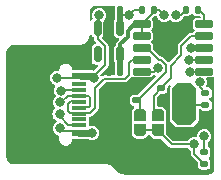
<source format=gbr>
%TF.GenerationSoftware,KiCad,Pcbnew,8.0.6-8.0.6-0~ubuntu24.04.1*%
%TF.CreationDate,2024-11-20T23:40:03+01:00*%
%TF.ProjectId,lumen_PD,6c756d65-6e5f-4504-942e-6b696361645f,rev?*%
%TF.SameCoordinates,Original*%
%TF.FileFunction,Copper,L1,Top*%
%TF.FilePolarity,Positive*%
%FSLAX46Y46*%
G04 Gerber Fmt 4.6, Leading zero omitted, Abs format (unit mm)*
G04 Created by KiCad (PCBNEW 8.0.6-8.0.6-0~ubuntu24.04.1) date 2024-11-20 23:40:03*
%MOMM*%
%LPD*%
G01*
G04 APERTURE LIST*
G04 Aperture macros list*
%AMRoundRect*
0 Rectangle with rounded corners*
0 $1 Rounding radius*
0 $2 $3 $4 $5 $6 $7 $8 $9 X,Y pos of 4 corners*
0 Add a 4 corners polygon primitive as box body*
4,1,4,$2,$3,$4,$5,$6,$7,$8,$9,$2,$3,0*
0 Add four circle primitives for the rounded corners*
1,1,$1+$1,$2,$3*
1,1,$1+$1,$4,$5*
1,1,$1+$1,$6,$7*
1,1,$1+$1,$8,$9*
0 Add four rect primitives between the rounded corners*
20,1,$1+$1,$2,$3,$4,$5,0*
20,1,$1+$1,$4,$5,$6,$7,0*
20,1,$1+$1,$6,$7,$8,$9,0*
20,1,$1+$1,$8,$9,$2,$3,0*%
%AMOutline5P*
0 Free polygon, 5 corners , with rotation*
0 The origin of the aperture is its center*
0 number of corners: always 5*
0 $1 to $10 corner X, Y*
0 $11 Rotation angle, in degrees counterclockwise*
0 create outline with 5 corners*
4,1,5,$1,$2,$3,$4,$5,$6,$7,$8,$9,$10,$1,$2,$11*%
%AMOutline6P*
0 Free polygon, 6 corners , with rotation*
0 The origin of the aperture is its center*
0 number of corners: always 6*
0 $1 to $12 corner X, Y*
0 $13 Rotation angle, in degrees counterclockwise*
0 create outline with 6 corners*
4,1,6,$1,$2,$3,$4,$5,$6,$7,$8,$9,$10,$11,$12,$1,$2,$13*%
%AMOutline7P*
0 Free polygon, 7 corners , with rotation*
0 The origin of the aperture is its center*
0 number of corners: always 7*
0 $1 to $14 corner X, Y*
0 $15 Rotation angle, in degrees counterclockwise*
0 create outline with 7 corners*
4,1,7,$1,$2,$3,$4,$5,$6,$7,$8,$9,$10,$11,$12,$13,$14,$1,$2,$15*%
%AMOutline8P*
0 Free polygon, 8 corners , with rotation*
0 The origin of the aperture is its center*
0 number of corners: always 8*
0 $1 to $16 corner X, Y*
0 $17 Rotation angle, in degrees counterclockwise*
0 create outline with 8 corners*
4,1,8,$1,$2,$3,$4,$5,$6,$7,$8,$9,$10,$11,$12,$13,$14,$15,$16,$1,$2,$17*%
G04 Aperture macros list end*
%TA.AperFunction,SMDPad,CuDef*%
%ADD10Outline6P,-0.500000X0.300000X-0.300000X0.500000X0.500000X0.500000X0.500000X-0.500000X-0.300000X-0.500000X-0.500000X-0.300000X90.000000*%
%TD*%
%TA.AperFunction,SMDPad,CuDef*%
%ADD11Outline6P,-0.500000X0.500000X0.300000X0.500000X0.500000X0.300000X0.500000X-0.300000X0.300000X-0.500000X-0.500000X-0.500000X90.000000*%
%TD*%
%TA.AperFunction,ComponentPad*%
%ADD12Outline8P,-1.000000X1.350000X-0.600000X1.750000X0.600000X1.750000X1.000000X1.350000X1.000000X-1.350000X0.600000X-1.750000X-0.600000X-1.750000X-1.000000X-1.350000X0.000000*%
%TD*%
%TA.AperFunction,ComponentPad*%
%ADD13Outline8P,-1.750000X0.600000X-1.350000X1.000000X1.350000X1.000000X1.750000X0.600000X1.750000X-0.600000X1.350000X-1.000000X-1.350000X-1.000000X-1.750000X-0.600000X0.000000*%
%TD*%
%TA.AperFunction,SMDPad,CuDef*%
%ADD14RoundRect,0.147500X-0.172500X0.147500X-0.172500X-0.147500X0.172500X-0.147500X0.172500X0.147500X0*%
%TD*%
%TA.AperFunction,SMDPad,CuDef*%
%ADD15RoundRect,0.135000X0.185000X-0.135000X0.185000X0.135000X-0.185000X0.135000X-0.185000X-0.135000X0*%
%TD*%
%TA.AperFunction,SMDPad,CuDef*%
%ADD16R,1.240000X0.600000*%
%TD*%
%TA.AperFunction,SMDPad,CuDef*%
%ADD17R,1.240000X0.300000*%
%TD*%
%TA.AperFunction,ComponentPad*%
%ADD18O,2.100000X1.000000*%
%TD*%
%TA.AperFunction,ComponentPad*%
%ADD19O,1.800000X1.000000*%
%TD*%
%TA.AperFunction,SMDPad,CuDef*%
%ADD20RoundRect,0.135000X-0.185000X0.135000X-0.185000X-0.135000X0.185000X-0.135000X0.185000X0.135000X0*%
%TD*%
%TA.AperFunction,SMDPad,CuDef*%
%ADD21RoundRect,0.381000X0.381000X-0.762000X0.381000X0.762000X-0.381000X0.762000X-0.381000X-0.762000X0*%
%TD*%
%TA.AperFunction,SMDPad,CuDef*%
%ADD22RoundRect,0.150000X-0.637500X-0.150000X0.637500X-0.150000X0.637500X0.150000X-0.637500X0.150000X0*%
%TD*%
%TA.AperFunction,SMDPad,CuDef*%
%ADD23RoundRect,0.135000X0.135000X0.185000X-0.135000X0.185000X-0.135000X-0.185000X0.135000X-0.185000X0*%
%TD*%
%TA.AperFunction,SMDPad,CuDef*%
%ADD24RoundRect,0.150000X-0.150000X0.512500X-0.150000X-0.512500X0.150000X-0.512500X0.150000X0.512500X0*%
%TD*%
%TA.AperFunction,SMDPad,CuDef*%
%ADD25RoundRect,0.140000X-0.140000X-0.170000X0.140000X-0.170000X0.140000X0.170000X-0.140000X0.170000X0*%
%TD*%
%TA.AperFunction,ViaPad*%
%ADD26C,0.800000*%
%TD*%
%TA.AperFunction,Conductor*%
%ADD27C,0.200000*%
%TD*%
%TA.AperFunction,Conductor*%
%ADD28C,0.300000*%
%TD*%
%TA.AperFunction,Conductor*%
%ADD29C,0.500000*%
%TD*%
%TA.AperFunction,Conductor*%
%ADD30C,0.600000*%
%TD*%
G04 APERTURE END LIST*
D10*
%TO.P,JP2,1,A*%
%TO.N,+3.3V*%
X105850000Y-67500000D03*
D11*
%TO.P,JP2,2,B*%
%TO.N,C1*%
X105850000Y-66200000D03*
%TD*%
D12*
%TO.P,J2,1*%
%TO.N,VCC*%
X108115000Y-65302500D03*
%TO.P,J2,2*%
%TO.N,GND*%
X102115000Y-65302500D03*
D13*
%TO.P,J2,3,MountPin*%
X105115000Y-70002500D03*
%TD*%
D14*
%TO.P,D1,1,K*%
%TO.N,Net-(D1-K)*%
X109800000Y-69365000D03*
%TO.P,D1,2,A*%
%TO.N,+3.3V*%
X109800000Y-70335000D03*
%TD*%
D15*
%TO.P,R5,1*%
%TO.N,GND*%
X106150000Y-64960000D03*
%TO.P,R5,2*%
%TO.N,C1*%
X106150000Y-63940000D03*
%TD*%
D10*
%TO.P,JP1,1,A*%
%TO.N,+3.3V*%
X104350000Y-67500000D03*
D11*
%TO.P,JP1,2,B*%
%TO.N,Net-(JP1-B)*%
X104350000Y-66200000D03*
%TD*%
D16*
%TO.P,J1,A1,GND*%
%TO.N,GND*%
X99200000Y-62132500D03*
%TO.P,J1,A4,VBUS*%
%TO.N,VCC*%
X99200000Y-62932500D03*
D17*
%TO.P,J1,A5,CC1*%
%TO.N,Net-(J1-CC1)*%
X99200000Y-64082500D03*
%TO.P,J1,A6,D+*%
%TO.N,Net-(U1-DP)*%
X99200000Y-65082500D03*
%TO.P,J1,A7,D-*%
%TO.N,Net-(U1-DM)*%
X99200000Y-65582500D03*
%TO.P,J1,A8,SBU1*%
%TO.N,unconnected-(J1-SBU1-PadA8)*%
X99200000Y-66582500D03*
D16*
%TO.P,J1,A9,VBUS*%
%TO.N,VCC*%
X99200000Y-67732500D03*
%TO.P,J1,A12,GND*%
%TO.N,GND*%
X99200000Y-68532500D03*
%TO.P,J1,B1,GND*%
X99200000Y-68532500D03*
%TO.P,J1,B4,VBUS*%
%TO.N,VCC*%
X99200000Y-67732500D03*
D17*
%TO.P,J1,B5,CC2*%
%TO.N,Net-(J1-CC2)*%
X99200000Y-67082500D03*
%TO.P,J1,B6,D+*%
%TO.N,Net-(U1-DP)*%
X99200000Y-66082500D03*
%TO.P,J1,B7,D-*%
%TO.N,Net-(U1-DM)*%
X99200000Y-64582500D03*
%TO.P,J1,B8,SBU2*%
%TO.N,unconnected-(J1-SBU2-PadB8)*%
X99200000Y-63582500D03*
D16*
%TO.P,J1,B9,VBUS*%
%TO.N,VCC*%
X99200000Y-62932500D03*
%TO.P,J1,B12,GND*%
%TO.N,GND*%
X99200000Y-62132500D03*
D18*
%TO.P,J1,S1,SHIELD*%
X98600000Y-61012500D03*
D19*
X94400000Y-61012500D03*
D18*
X98600000Y-69652500D03*
D19*
X94400000Y-69652500D03*
%TD*%
D20*
%TO.P,R4,1*%
%TO.N,GND*%
X104050000Y-63940000D03*
%TO.P,R4,2*%
%TO.N,Net-(JP1-B)*%
X104050000Y-64960000D03*
%TD*%
D21*
%TO.P,U1,0,GND*%
%TO.N,GND*%
X106750000Y-60127500D03*
D22*
%TO.P,U1,1,VDD*%
%TO.N,+3.3V*%
X104487500Y-58527500D03*
%TO.P,U1,2,CFG2*%
X104487500Y-59527500D03*
%TO.P,U1,3,CFG3*%
%TO.N,Net-(JP1-B)*%
X104487500Y-60527500D03*
%TO.P,U1,4,DP*%
%TO.N,Net-(U1-DP)*%
X104487500Y-61527500D03*
%TO.P,U1,5,DM*%
%TO.N,Net-(U1-DM)*%
X104487500Y-62527500D03*
%TO.P,U1,6,CC2*%
%TO.N,Net-(J1-CC2)*%
X109812500Y-62527500D03*
%TO.P,U1,7,CC1*%
%TO.N,Net-(J1-CC1)*%
X109812500Y-61527500D03*
%TO.P,U1,8,VBUS*%
%TO.N,Net-(U1-VBUS)*%
X109812500Y-60527500D03*
%TO.P,U1,9,CFG1*%
%TO.N,C1*%
X109812500Y-59527500D03*
%TO.P,U1,10,PG*%
%TO.N,Net-(U1-PG)*%
X109812500Y-58527500D03*
%TD*%
D23*
%TO.P,R2,1*%
%TO.N,+3.3V*%
X105560000Y-57302500D03*
%TO.P,R2,2*%
%TO.N,VCC*%
X104540000Y-57302500D03*
%TD*%
D24*
%TO.P,U2,1,IN*%
%TO.N,VCC*%
X102665000Y-58802500D03*
%TO.P,U2,2,GND*%
%TO.N,GND*%
X101715000Y-58802500D03*
%TO.P,U2,3,EN*%
%TO.N,VCC*%
X100765000Y-58802500D03*
%TO.P,U2,4,BP*%
%TO.N,unconnected-(U2-BP-Pad4)*%
X100765000Y-61077500D03*
%TO.P,U2,5,OUT*%
%TO.N,+3.3V*%
X102665000Y-61077500D03*
%TD*%
D25*
%TO.P,C3,1*%
%TO.N,GND*%
X101735000Y-62540000D03*
%TO.P,C3,2*%
%TO.N,+3.3V*%
X102695000Y-62540000D03*
%TD*%
%TO.P,C2,1*%
%TO.N,GND*%
X101735000Y-57340000D03*
%TO.P,C2,2*%
%TO.N,VCC*%
X102695000Y-57340000D03*
%TD*%
D23*
%TO.P,R3,1*%
%TO.N,Net-(U1-PG)*%
X109260000Y-57300000D03*
%TO.P,R3,2*%
%TO.N,Net-(D1-K)*%
X108240000Y-57300000D03*
%TD*%
D15*
%TO.P,R1,1*%
%TO.N,VCC*%
X109900000Y-65360000D03*
%TO.P,R1,2*%
%TO.N,Net-(U1-VBUS)*%
X109900000Y-64340000D03*
%TD*%
D26*
%TO.N,+3.3V*%
X108948209Y-68699135D03*
X106399997Y-57750000D03*
%TO.N,VCC*%
X100428725Y-63061225D03*
X100900334Y-57772638D03*
X97600000Y-67350000D03*
X103391068Y-57782583D03*
X97330563Y-63066175D03*
X100300000Y-67732500D03*
%TO.N,Net-(D1-K)*%
X109800000Y-68000000D03*
X107400000Y-57750000D03*
%TO.N,Net-(J1-CC1)*%
X97660000Y-64149997D03*
X108494586Y-61537852D03*
%TO.N,Net-(U1-DM)*%
X97567778Y-65145738D03*
X105844975Y-62255025D03*
%TO.N,Net-(J1-CC2)*%
X97545747Y-66145498D03*
X108550000Y-62550000D03*
%TO.N,Net-(U1-VBUS)*%
X109438528Y-63427500D03*
X108650000Y-60550000D03*
%TO.N,GND*%
X107150000Y-60527500D03*
X101952774Y-59979982D03*
%TD*%
D27*
%TO.N,+3.3V*%
X104487500Y-59527500D02*
X104487500Y-58527500D01*
X106399997Y-57750000D02*
X105952497Y-57302500D01*
D28*
X102665000Y-60215000D02*
X103315000Y-59565000D01*
D27*
X105560000Y-57302500D02*
X105560000Y-57455000D01*
X104515000Y-58500000D02*
X104487500Y-58527500D01*
X102695000Y-61107500D02*
X102665000Y-61077500D01*
X107049135Y-68699135D02*
X105850000Y-67500000D01*
X105952497Y-57302500D02*
X105560000Y-57302500D01*
D28*
X102665000Y-61077500D02*
X102665000Y-60215000D01*
X103890000Y-58527500D02*
X104487500Y-58527500D01*
D27*
X108948209Y-68699135D02*
X107049135Y-68699135D01*
D29*
X102695000Y-62540000D02*
X102695000Y-61107500D01*
D27*
X105850000Y-67500000D02*
X104350000Y-67500000D01*
D28*
X103315000Y-59565000D02*
X103315000Y-59102500D01*
D27*
X108948209Y-68699135D02*
X108948209Y-69483209D01*
X105560000Y-57455000D02*
X104487500Y-58527500D01*
X108948209Y-69483209D02*
X109800000Y-70335000D01*
D28*
X103315000Y-59102500D02*
X103890000Y-58527500D01*
D27*
%TO.N,VCC*%
X109900000Y-65360000D02*
X108172500Y-65360000D01*
D30*
X100443775Y-63061225D02*
X100428725Y-63061225D01*
X100300000Y-62932500D02*
X99380000Y-62932500D01*
D27*
X97381888Y-63117500D02*
X99015000Y-63117500D01*
X101400000Y-60409448D02*
X100765000Y-59774448D01*
X103391068Y-57782583D02*
X102930083Y-57782583D01*
X102930083Y-57782583D02*
X102667500Y-57520000D01*
D29*
X102665000Y-57520000D02*
X102665000Y-58802500D01*
D27*
X100428725Y-62910141D02*
X101400000Y-61938866D01*
X108172500Y-65360000D02*
X108115000Y-65302500D01*
X103871151Y-57302500D02*
X104540000Y-57302500D01*
D30*
X100428725Y-63061225D02*
X100300000Y-62932500D01*
D27*
X97330563Y-63066175D02*
X97381888Y-63117500D01*
X103391068Y-57782583D02*
X103871151Y-57302500D01*
X101400000Y-61938866D02*
X101400000Y-60409448D01*
X100765000Y-59774448D02*
X100765000Y-58802500D01*
D30*
X100300000Y-67732500D02*
X99200000Y-67732500D01*
D27*
X97783838Y-67533838D02*
X97600000Y-67350000D01*
X100428725Y-63061225D02*
X100428725Y-62910141D01*
X100765000Y-57907972D02*
X100765000Y-58802500D01*
X99200000Y-67732500D02*
X99001338Y-67533838D01*
X99015000Y-63117500D02*
X99200000Y-62932500D01*
X99001338Y-67533838D02*
X97783838Y-67533838D01*
X102667500Y-57520000D02*
X102665000Y-57520000D01*
X100900334Y-57772638D02*
X100765000Y-57907972D01*
%TO.N,Net-(U1-PG)*%
X109812500Y-58527500D02*
X109812500Y-57780000D01*
X109812500Y-57780000D02*
X109320000Y-57287500D01*
%TO.N,Net-(D1-K)*%
X107400000Y-57750000D02*
X107790000Y-57750000D01*
X109800000Y-68000000D02*
X109800000Y-69365000D01*
X107790000Y-57750000D02*
X108240000Y-57300000D01*
%TO.N,Net-(J1-CC1)*%
X108494586Y-61537852D02*
X108504938Y-61527500D01*
X97757497Y-64052500D02*
X99550000Y-64052500D01*
X97660000Y-64149997D02*
X97757497Y-64052500D01*
X108504938Y-61527500D02*
X109812500Y-61527500D01*
%TO.N,Net-(U1-DM)*%
X100150000Y-64750000D02*
X100150000Y-65450000D01*
X100150000Y-65450000D02*
X100047500Y-65552500D01*
X100047500Y-65552500D02*
X99550000Y-65552500D01*
X98220000Y-64632500D02*
X100032500Y-64632500D01*
X97567778Y-65145738D02*
X97706762Y-65145738D01*
X105572500Y-62527500D02*
X104487500Y-62527500D01*
X97706762Y-65145738D02*
X98220000Y-64632500D01*
X105844975Y-62255025D02*
X105572500Y-62527500D01*
X100032500Y-64632500D02*
X100150000Y-64750000D01*
%TO.N,Net-(U1-DP)*%
X100550000Y-65615686D02*
X100113186Y-66052500D01*
X99550000Y-65052500D02*
X98500000Y-65052500D01*
X103700001Y-61527500D02*
X103400000Y-61827501D01*
X103067500Y-63150000D02*
X101350000Y-63150000D01*
X100550000Y-63950000D02*
X100550000Y-65615686D01*
X98250000Y-65302500D02*
X98250000Y-65852500D01*
X103400000Y-61827501D02*
X103400000Y-62817500D01*
X101350000Y-63150000D02*
X100550000Y-63950000D01*
X104487500Y-61527500D02*
X103700001Y-61527500D01*
X103400000Y-62817500D02*
X103067500Y-63150000D01*
X98250000Y-65852500D02*
X98450000Y-66052500D01*
X98450000Y-66052500D02*
X99550000Y-66052500D01*
X98500000Y-65052500D02*
X98250000Y-65302500D01*
X100113186Y-66052500D02*
X99350000Y-66052500D01*
%TO.N,Net-(J1-CC2)*%
X109348578Y-62527500D02*
X109812500Y-62527500D01*
X109326078Y-62550000D02*
X109348578Y-62527500D01*
X98300000Y-67052500D02*
X99350000Y-67052500D01*
X108550000Y-62550000D02*
X109326078Y-62550000D01*
X97545747Y-66298247D02*
X98300000Y-67052500D01*
X97545747Y-66145498D02*
X97545747Y-66298247D01*
%TO.N,Net-(U1-VBUS)*%
X109384448Y-60527500D02*
X109812500Y-60527500D01*
X109438528Y-63427500D02*
X109438528Y-63878528D01*
X108650000Y-60550000D02*
X109361948Y-60550000D01*
X109361948Y-60550000D02*
X109384448Y-60527500D01*
X109438528Y-63878528D02*
X109900000Y-64340000D01*
D28*
%TO.N,GND*%
X101715000Y-57422500D02*
X101735000Y-57402500D01*
X101715000Y-57402500D02*
X101735000Y-57402500D01*
X101952774Y-59979982D02*
X101822518Y-59979982D01*
X101715000Y-57360000D02*
X101735000Y-57340000D01*
X101822518Y-59979982D02*
X101780000Y-60022500D01*
D27*
%TO.N,Net-(JP1-B)*%
X105943077Y-61555025D02*
X106134925Y-61555025D01*
X106544975Y-61965075D02*
X106544975Y-62544975D01*
X106544975Y-62544975D02*
X104350000Y-64739950D01*
X104487500Y-60527500D02*
X104915552Y-60527500D01*
X104915552Y-60527500D02*
X105943077Y-61555025D01*
X104350000Y-64739950D02*
X104350000Y-66200000D01*
X106134925Y-61555025D02*
X106544975Y-61965075D01*
%TO.N,C1*%
X107850000Y-61150000D02*
X106973715Y-62026285D01*
X106973715Y-62026285D02*
X106973715Y-63116285D01*
X109812500Y-59527500D02*
X108682550Y-59527500D01*
X107850000Y-60360050D02*
X107850000Y-61150000D01*
X105530000Y-65880000D02*
X105850000Y-66200000D01*
X105530000Y-64560000D02*
X105530000Y-65880000D01*
X106973715Y-63116285D02*
X106150000Y-63940000D01*
X108682550Y-59527500D02*
X107850000Y-60360050D01*
X106150000Y-63940000D02*
X105530000Y-64560000D01*
%TD*%
%TA.AperFunction,Conductor*%
%TO.N,GND*%
G36*
X100239922Y-59388743D02*
G01*
X100282386Y-59432674D01*
X100301746Y-59472275D01*
X100325802Y-59521483D01*
X100408517Y-59604198D01*
X100408978Y-59604423D01*
X100409387Y-59604819D01*
X100415194Y-59608965D01*
X100414572Y-59609835D01*
X100452953Y-59646965D01*
X100464500Y-59693365D01*
X100464500Y-59814012D01*
X100483716Y-59885723D01*
X100484979Y-59890437D01*
X100510437Y-59934531D01*
X100510438Y-59934533D01*
X100524538Y-59958956D01*
X100524539Y-59958958D01*
X100615336Y-60049756D01*
X100643113Y-60104273D01*
X100633541Y-60164705D01*
X100590277Y-60207969D01*
X100559606Y-60217725D01*
X100513604Y-60224427D01*
X100408518Y-60275801D01*
X100325801Y-60358518D01*
X100274427Y-60463604D01*
X100274427Y-60463607D01*
X100264500Y-60531740D01*
X100264500Y-61623260D01*
X100267653Y-61644901D01*
X100274427Y-61691395D01*
X100317203Y-61778893D01*
X100325802Y-61796483D01*
X100408517Y-61879198D01*
X100462285Y-61905483D01*
X100513604Y-61930572D01*
X100513605Y-61930572D01*
X100513607Y-61930573D01*
X100581740Y-61940500D01*
X100581743Y-61940500D01*
X100734386Y-61940500D01*
X100792577Y-61959407D01*
X100828541Y-62008907D01*
X100828541Y-62070093D01*
X100804389Y-62109504D01*
X100497795Y-62416097D01*
X100443279Y-62443874D01*
X100402171Y-62441720D01*
X100365894Y-62432000D01*
X100365892Y-62432000D01*
X99839748Y-62432000D01*
X98748953Y-62432000D01*
X98690762Y-62413093D01*
X98654798Y-62363593D01*
X98653333Y-62358647D01*
X98616281Y-62220365D01*
X98616279Y-62220362D01*
X98616279Y-62220360D01*
X98540518Y-62089139D01*
X98540516Y-62089137D01*
X98540515Y-62089135D01*
X98433365Y-61981985D01*
X98433362Y-61981983D01*
X98433360Y-61981981D01*
X98302138Y-61906220D01*
X98302140Y-61906220D01*
X98245347Y-61891003D01*
X98155766Y-61867000D01*
X98004234Y-61867000D01*
X97914652Y-61891003D01*
X97857860Y-61906220D01*
X97726639Y-61981981D01*
X97619481Y-62089139D01*
X97543720Y-62220360D01*
X97521793Y-62302193D01*
X97506674Y-62358623D01*
X97504500Y-62366735D01*
X97504500Y-62370504D01*
X97503665Y-62373071D01*
X97503653Y-62373168D01*
X97503635Y-62373165D01*
X97485593Y-62428695D01*
X97436093Y-62464659D01*
X97392578Y-62468657D01*
X97330564Y-62460493D01*
X97330562Y-62460493D01*
X97173804Y-62481130D01*
X97173796Y-62481132D01*
X97027724Y-62541637D01*
X97027723Y-62541637D01*
X96902286Y-62637888D01*
X96902276Y-62637898D01*
X96806025Y-62763335D01*
X96806025Y-62763336D01*
X96745520Y-62909408D01*
X96745518Y-62909416D01*
X96724881Y-63066174D01*
X96724881Y-63066175D01*
X96745518Y-63222933D01*
X96745520Y-63222941D01*
X96806025Y-63369013D01*
X96806025Y-63369014D01*
X96890801Y-63479496D01*
X96902281Y-63494457D01*
X96902285Y-63494460D01*
X96902286Y-63494461D01*
X96931645Y-63516988D01*
X97027722Y-63590711D01*
X97027723Y-63590711D01*
X97027724Y-63590712D01*
X97047272Y-63598809D01*
X97139599Y-63637052D01*
X97186124Y-63676787D01*
X97200408Y-63736282D01*
X97180256Y-63788781D01*
X97135462Y-63847158D01*
X97074957Y-63993230D01*
X97074955Y-63993238D01*
X97054318Y-64149996D01*
X97054318Y-64149997D01*
X97074955Y-64306755D01*
X97074957Y-64306763D01*
X97135462Y-64452835D01*
X97135462Y-64452836D01*
X97204491Y-64542796D01*
X97224915Y-64600472D01*
X97207537Y-64659137D01*
X97186218Y-64681604D01*
X97139499Y-64717453D01*
X97139491Y-64717461D01*
X97043240Y-64842898D01*
X97043240Y-64842899D01*
X96982735Y-64988971D01*
X96982733Y-64988979D01*
X96962096Y-65145737D01*
X96962096Y-65145738D01*
X96982733Y-65302496D01*
X96982735Y-65302504D01*
X97043240Y-65448576D01*
X97043240Y-65448577D01*
X97140222Y-65574967D01*
X97160646Y-65632643D01*
X97143268Y-65691309D01*
X97121951Y-65713773D01*
X97117471Y-65717210D01*
X97117460Y-65717221D01*
X97021209Y-65842658D01*
X97021209Y-65842659D01*
X96960704Y-65988731D01*
X96960702Y-65988739D01*
X96940065Y-66145497D01*
X96940065Y-66145498D01*
X96960702Y-66302256D01*
X96960704Y-66302264D01*
X97021209Y-66448336D01*
X97021209Y-66448337D01*
X97021211Y-66448339D01*
X97117465Y-66573780D01*
X97242906Y-66670034D01*
X97251264Y-66673496D01*
X97297791Y-66713229D01*
X97312077Y-66772723D01*
X97288665Y-66829252D01*
X97273650Y-66843503D01*
X97171719Y-66921717D01*
X97171713Y-66921723D01*
X97075462Y-67047160D01*
X97075462Y-67047161D01*
X97014957Y-67193233D01*
X97014955Y-67193241D01*
X96994318Y-67349999D01*
X96994318Y-67350000D01*
X97014955Y-67506758D01*
X97014957Y-67506766D01*
X97075462Y-67652838D01*
X97075462Y-67652839D01*
X97171713Y-67778276D01*
X97171718Y-67778282D01*
X97297159Y-67874536D01*
X97297160Y-67874536D01*
X97297161Y-67874537D01*
X97443233Y-67935042D01*
X97443238Y-67935044D01*
X97445274Y-67935312D01*
X97446600Y-67935944D01*
X97449506Y-67936723D01*
X97449361Y-67937261D01*
X97500499Y-67961648D01*
X97529698Y-68015417D01*
X97527984Y-68059087D01*
X97513246Y-68114092D01*
X97504500Y-68146734D01*
X97504500Y-68298266D01*
X97539086Y-68427347D01*
X97543720Y-68444639D01*
X97619481Y-68575860D01*
X97619483Y-68575862D01*
X97619485Y-68575865D01*
X97726635Y-68683015D01*
X97726637Y-68683016D01*
X97726639Y-68683018D01*
X97857861Y-68758779D01*
X97857859Y-68758779D01*
X97857863Y-68758780D01*
X97857865Y-68758781D01*
X98004234Y-68798000D01*
X98004236Y-68798000D01*
X98155764Y-68798000D01*
X98155766Y-68798000D01*
X98302135Y-68758781D01*
X98302137Y-68758779D01*
X98302139Y-68758779D01*
X98433360Y-68683018D01*
X98433360Y-68683017D01*
X98433365Y-68683015D01*
X98540515Y-68575865D01*
X98540518Y-68575860D01*
X98616279Y-68444639D01*
X98616279Y-68444637D01*
X98616281Y-68444635D01*
X98653327Y-68306375D01*
X98686650Y-68255063D01*
X98743771Y-68233136D01*
X98748953Y-68233000D01*
X99134108Y-68233000D01*
X99932228Y-68233000D01*
X99990419Y-68251907D01*
X99992494Y-68253457D01*
X99997157Y-68257035D01*
X99997161Y-68257037D01*
X100143233Y-68317542D01*
X100143238Y-68317544D01*
X100260809Y-68333022D01*
X100299999Y-68338182D01*
X100300000Y-68338182D01*
X100300001Y-68338182D01*
X100331352Y-68334054D01*
X100456762Y-68317544D01*
X100602841Y-68257036D01*
X100728282Y-68160782D01*
X100824536Y-68035341D01*
X100885044Y-67889262D01*
X100905682Y-67732500D01*
X100885044Y-67575738D01*
X100824537Y-67429661D01*
X100824537Y-67429660D01*
X100728286Y-67304223D01*
X100728285Y-67304222D01*
X100728282Y-67304218D01*
X100728277Y-67304214D01*
X100728276Y-67304213D01*
X100603203Y-67208242D01*
X100602841Y-67207964D01*
X100602840Y-67207963D01*
X100602838Y-67207962D01*
X100456766Y-67147457D01*
X100456758Y-67147455D01*
X100300001Y-67126818D01*
X100299999Y-67126818D01*
X100200348Y-67139937D01*
X100143238Y-67147456D01*
X100143237Y-67147456D01*
X100136805Y-67148303D01*
X100136568Y-67146504D01*
X100084013Y-67143745D01*
X100036467Y-67105236D01*
X100020500Y-67051324D01*
X100020500Y-66912753D01*
X100020498Y-66912741D01*
X100008379Y-66851815D01*
X100008379Y-66813185D01*
X100020498Y-66752258D01*
X100020500Y-66752246D01*
X100020500Y-66452000D01*
X100039407Y-66393809D01*
X100088907Y-66357845D01*
X100119500Y-66353000D01*
X100152749Y-66353000D01*
X100152749Y-66352999D01*
X100229175Y-66332521D01*
X100297697Y-66292960D01*
X100325671Y-66264985D01*
X100353647Y-66237011D01*
X100601926Y-65988731D01*
X100790460Y-65800197D01*
X100829833Y-65732000D01*
X100830021Y-65731675D01*
X100850500Y-65655248D01*
X100850500Y-64115479D01*
X100869407Y-64057288D01*
X100879496Y-64045475D01*
X101445475Y-63479496D01*
X101499992Y-63451719D01*
X101515479Y-63450500D01*
X103107063Y-63450500D01*
X103107063Y-63450499D01*
X103183489Y-63430021D01*
X103252011Y-63390460D01*
X103290471Y-63352000D01*
X103307961Y-63334511D01*
X103524223Y-63118248D01*
X103615202Y-63027268D01*
X103669717Y-62999492D01*
X103728682Y-63008332D01*
X103748607Y-63018073D01*
X103816740Y-63028000D01*
X103816743Y-63028000D01*
X105158257Y-63028000D01*
X105158260Y-63028000D01*
X105226393Y-63018073D01*
X105331483Y-62966698D01*
X105414198Y-62883983D01*
X105414423Y-62883521D01*
X105414819Y-62883112D01*
X105418965Y-62877306D01*
X105419835Y-62877927D01*
X105456965Y-62839547D01*
X105503365Y-62828000D01*
X105597970Y-62828000D01*
X105656161Y-62846907D01*
X105692125Y-62896407D01*
X105692125Y-62957593D01*
X105667974Y-62997004D01*
X104204475Y-64460504D01*
X104149958Y-64488281D01*
X104134471Y-64489500D01*
X103825684Y-64489500D01*
X103809398Y-64491644D01*
X103776825Y-64495932D01*
X103776824Y-64495932D01*
X103669598Y-64545933D01*
X103585933Y-64629598D01*
X103535932Y-64736824D01*
X103535932Y-64736825D01*
X103535932Y-64736827D01*
X103529500Y-64785684D01*
X103529500Y-65134316D01*
X103529831Y-65136827D01*
X103535932Y-65183174D01*
X103535932Y-65183175D01*
X103585933Y-65290401D01*
X103585934Y-65290402D01*
X103585935Y-65290404D01*
X103669596Y-65374065D01*
X103776827Y-65424068D01*
X103812453Y-65428758D01*
X103867678Y-65455099D01*
X103896873Y-65508870D01*
X103888887Y-65569532D01*
X103869535Y-65596914D01*
X103694259Y-65772190D01*
X103661132Y-65821769D01*
X103649500Y-65880249D01*
X103649500Y-66719746D01*
X103649501Y-66719758D01*
X103658492Y-66764956D01*
X103661133Y-66778231D01*
X103662522Y-66780310D01*
X103672337Y-66794999D01*
X103688945Y-66853887D01*
X103672337Y-66905001D01*
X103661134Y-66921767D01*
X103661132Y-66921772D01*
X103649501Y-66980241D01*
X103649499Y-66980253D01*
X103649499Y-67819754D01*
X103661132Y-67878230D01*
X103661132Y-67878231D01*
X103694254Y-67927803D01*
X103694256Y-67927805D01*
X103694259Y-67927809D01*
X103922190Y-68155740D01*
X103922193Y-68155742D01*
X103971769Y-68188867D01*
X103971768Y-68188867D01*
X103991085Y-68192709D01*
X104030252Y-68200500D01*
X104669751Y-68200501D01*
X104728232Y-68188867D01*
X104777809Y-68155741D01*
X105005740Y-67927810D01*
X105017683Y-67909935D01*
X105065729Y-67872056D01*
X105126867Y-67869651D01*
X105177743Y-67903641D01*
X105182314Y-67909933D01*
X105194255Y-67927804D01*
X105194256Y-67927805D01*
X105194259Y-67927809D01*
X105422190Y-68155740D01*
X105422193Y-68155742D01*
X105471769Y-68188867D01*
X105471768Y-68188867D01*
X105491085Y-68192709D01*
X105530252Y-68200500D01*
X106084521Y-68200500D01*
X106142712Y-68219407D01*
X106154525Y-68229496D01*
X106808675Y-68883646D01*
X106808674Y-68883646D01*
X106864624Y-68939595D01*
X106933142Y-68979154D01*
X106933146Y-68979156D01*
X107009570Y-68999634D01*
X107009572Y-68999635D01*
X107009573Y-68999635D01*
X108373055Y-68999635D01*
X108431246Y-69018542D01*
X108451597Y-69038368D01*
X108511803Y-69116830D01*
X108519927Y-69127417D01*
X108519931Y-69127420D01*
X108519932Y-69127421D01*
X108608976Y-69195747D01*
X108643632Y-69246172D01*
X108647709Y-69274289D01*
X108647709Y-69522773D01*
X108668187Y-69599197D01*
X108668188Y-69599198D01*
X108694644Y-69645021D01*
X108707749Y-69667720D01*
X109250505Y-70210476D01*
X109278281Y-70264991D01*
X109279500Y-70280478D01*
X109279500Y-70515528D01*
X109289355Y-70583170D01*
X109340364Y-70687511D01*
X109422489Y-70769636D01*
X109526830Y-70820645D01*
X109594472Y-70830500D01*
X109594475Y-70830500D01*
X110005524Y-70830500D01*
X110005528Y-70830500D01*
X110073170Y-70820645D01*
X110177511Y-70769636D01*
X110259636Y-70687511D01*
X110310645Y-70583170D01*
X110320500Y-70515528D01*
X110320500Y-70154472D01*
X110310645Y-70086830D01*
X110259636Y-69982489D01*
X110197148Y-69920001D01*
X110169373Y-69865487D01*
X110178944Y-69805055D01*
X110197147Y-69779999D01*
X110259636Y-69717511D01*
X110310645Y-69613170D01*
X110320500Y-69545528D01*
X110320500Y-69184472D01*
X110310645Y-69116830D01*
X110259636Y-69012489D01*
X110177511Y-68930364D01*
X110177509Y-68930363D01*
X110177508Y-68930362D01*
X110177505Y-68930360D01*
X110156019Y-68919856D01*
X110112045Y-68877313D01*
X110100500Y-68830916D01*
X110100500Y-68575154D01*
X110119407Y-68516963D01*
X110139233Y-68496612D01*
X110206970Y-68444635D01*
X110228282Y-68428282D01*
X110324536Y-68302841D01*
X110385044Y-68156762D01*
X110405682Y-68000000D01*
X110385044Y-67843238D01*
X110324537Y-67697161D01*
X110324537Y-67697160D01*
X110228286Y-67571723D01*
X110228285Y-67571722D01*
X110228282Y-67571718D01*
X110228277Y-67571714D01*
X110228276Y-67571713D01*
X110102838Y-67475462D01*
X109956766Y-67414957D01*
X109956758Y-67414955D01*
X109800001Y-67394318D01*
X109799999Y-67394318D01*
X109643241Y-67414955D01*
X109643233Y-67414957D01*
X109497161Y-67475462D01*
X109497160Y-67475462D01*
X109371723Y-67571713D01*
X109371713Y-67571723D01*
X109275462Y-67697160D01*
X109275462Y-67697161D01*
X109214957Y-67843233D01*
X109214955Y-67843241D01*
X109194318Y-67999999D01*
X109194318Y-68000008D01*
X109194339Y-68000168D01*
X109194318Y-68000281D01*
X109194318Y-68006489D01*
X109193167Y-68006489D01*
X109183183Y-68060328D01*
X109138796Y-68102441D01*
X109083263Y-68111233D01*
X108948210Y-68093453D01*
X108948208Y-68093453D01*
X108791450Y-68114090D01*
X108791442Y-68114092D01*
X108645370Y-68174597D01*
X108645369Y-68174597D01*
X108519932Y-68270848D01*
X108519922Y-68270858D01*
X108451597Y-68359902D01*
X108401172Y-68394558D01*
X108373055Y-68398635D01*
X107214614Y-68398635D01*
X107156423Y-68379728D01*
X107144610Y-68369639D01*
X106579496Y-67804525D01*
X106551719Y-67750008D01*
X106550500Y-67734521D01*
X106550500Y-66980253D01*
X106550498Y-66980241D01*
X106547711Y-66966231D01*
X106538867Y-66921769D01*
X106527663Y-66905001D01*
X106511054Y-66846115D01*
X106527664Y-66794997D01*
X106538867Y-66778231D01*
X106550500Y-66719748D01*
X106550501Y-65880249D01*
X106538867Y-65821768D01*
X106506994Y-65774066D01*
X106505745Y-65772196D01*
X106505743Y-65772194D01*
X106505741Y-65772191D01*
X106277810Y-65544260D01*
X106277806Y-65544257D01*
X106228230Y-65511132D01*
X106228231Y-65511132D01*
X106169750Y-65499500D01*
X106169746Y-65499499D01*
X105929500Y-65499499D01*
X105871309Y-65480591D01*
X105835345Y-65431091D01*
X105830500Y-65400499D01*
X105830500Y-64725479D01*
X105849407Y-64667288D01*
X105859496Y-64655475D01*
X106075475Y-64439496D01*
X106129992Y-64411719D01*
X106145479Y-64410500D01*
X106374314Y-64410500D01*
X106374316Y-64410500D01*
X106423173Y-64404068D01*
X106530404Y-64354065D01*
X106614065Y-64270404D01*
X106664068Y-64163173D01*
X106670500Y-64114316D01*
X106670500Y-63885478D01*
X106689407Y-63827287D01*
X106699496Y-63815475D01*
X106735369Y-63779602D01*
X106790136Y-63724834D01*
X106844650Y-63697058D01*
X106905083Y-63706629D01*
X106948347Y-63749893D01*
X106957919Y-63810325D01*
X106942456Y-63849837D01*
X106926133Y-63874268D01*
X106926132Y-63874268D01*
X106914500Y-63932749D01*
X106914500Y-66672256D01*
X106926131Y-66730731D01*
X106926131Y-66730732D01*
X106959259Y-66780310D01*
X107387190Y-67208240D01*
X107436769Y-67241367D01*
X107436768Y-67241367D01*
X107456085Y-67245209D01*
X107495252Y-67253000D01*
X107495253Y-67253000D01*
X108734750Y-67253000D01*
X108734752Y-67253000D01*
X108793232Y-67241368D01*
X108842808Y-67208242D01*
X109270740Y-66780310D01*
X109303867Y-66730731D01*
X109315500Y-66672248D01*
X109315500Y-65808976D01*
X109334407Y-65750785D01*
X109383907Y-65714821D01*
X109445093Y-65714821D01*
X109484501Y-65738970D01*
X109519596Y-65774065D01*
X109519597Y-65774065D01*
X109519598Y-65774066D01*
X109626824Y-65824067D01*
X109626825Y-65824067D01*
X109626827Y-65824068D01*
X109675684Y-65830500D01*
X109675685Y-65830500D01*
X110124314Y-65830500D01*
X110124316Y-65830500D01*
X110173173Y-65824068D01*
X110280404Y-65774065D01*
X110364065Y-65690404D01*
X110414068Y-65583173D01*
X110420500Y-65534316D01*
X110420500Y-65185684D01*
X110414068Y-65136827D01*
X110412896Y-65134314D01*
X110364066Y-65029598D01*
X110364065Y-65029597D01*
X110364065Y-65029596D01*
X110280404Y-64945935D01*
X110267085Y-64939724D01*
X110222337Y-64897997D01*
X110210662Y-64837936D01*
X110236519Y-64782483D01*
X110267084Y-64760275D01*
X110280404Y-64754065D01*
X110364065Y-64670404D01*
X110414068Y-64563173D01*
X110420500Y-64514316D01*
X110420500Y-64165684D01*
X110414068Y-64116827D01*
X110413439Y-64115479D01*
X110364066Y-64009598D01*
X110364065Y-64009597D01*
X110364065Y-64009596D01*
X110280404Y-63925935D01*
X110280402Y-63925934D01*
X110280401Y-63925933D01*
X110173175Y-63875932D01*
X110140601Y-63871644D01*
X110124316Y-63869500D01*
X110124315Y-63869500D01*
X110053587Y-63869500D01*
X109995396Y-63850593D01*
X109959432Y-63801093D01*
X109959432Y-63739907D01*
X109962123Y-63732615D01*
X110020900Y-63590712D01*
X110023572Y-63584262D01*
X110044210Y-63427500D01*
X110036510Y-63369016D01*
X110023572Y-63270739D01*
X110023570Y-63270732D01*
X109979727Y-63164885D01*
X109974926Y-63103889D01*
X110006896Y-63051720D01*
X110063424Y-63028305D01*
X110071191Y-63028000D01*
X110483256Y-63028000D01*
X110483260Y-63028000D01*
X110536228Y-63020282D01*
X110596535Y-63030602D01*
X110639260Y-63074399D01*
X110649500Y-63118248D01*
X110649500Y-70694436D01*
X110648877Y-70705521D01*
X110636970Y-70811194D01*
X110632037Y-70832807D01*
X110598766Y-70927888D01*
X110589148Y-70947861D01*
X110535551Y-71033161D01*
X110521729Y-71050494D01*
X110450494Y-71121729D01*
X110433161Y-71135551D01*
X110347861Y-71189148D01*
X110327888Y-71198766D01*
X110232807Y-71232037D01*
X110211193Y-71236971D01*
X110105541Y-71248875D01*
X110094424Y-71249497D01*
X103030192Y-71247111D01*
X103030175Y-71247109D01*
X102988727Y-71247097D01*
X102979777Y-71246689D01*
X102894223Y-71238896D01*
X102876613Y-71235666D01*
X102798207Y-71213803D01*
X102781464Y-71207453D01*
X102708274Y-71171822D01*
X102692952Y-71162563D01*
X102623954Y-71111817D01*
X102616980Y-71106183D01*
X102015318Y-70573432D01*
X102015288Y-70573381D01*
X102015276Y-70573395D01*
X102015275Y-70573394D01*
X101979182Y-70541397D01*
X101979180Y-70541395D01*
X101979177Y-70541393D01*
X101979175Y-70541392D01*
X101863704Y-70465777D01*
X101863698Y-70465773D01*
X101863694Y-70465771D01*
X101863689Y-70465768D01*
X101863686Y-70465767D01*
X101816124Y-70443678D01*
X101738492Y-70407623D01*
X101658160Y-70383666D01*
X101606207Y-70368173D01*
X101606198Y-70368171D01*
X101469605Y-70348246D01*
X101469603Y-70348246D01*
X101423587Y-70348278D01*
X101400579Y-70348294D01*
X101400524Y-70348294D01*
X101399216Y-70348294D01*
X101360698Y-70348299D01*
X101360697Y-70348299D01*
X101354631Y-70348300D01*
X101354625Y-70348300D01*
X93605568Y-70349498D01*
X93594469Y-70348876D01*
X93488806Y-70336971D01*
X93467192Y-70332037D01*
X93372111Y-70298766D01*
X93352138Y-70289148D01*
X93266838Y-70235551D01*
X93249505Y-70221729D01*
X93178270Y-70150494D01*
X93164448Y-70133161D01*
X93110851Y-70047861D01*
X93101233Y-70027888D01*
X93067962Y-69932807D01*
X93063028Y-69911193D01*
X93059869Y-69883158D01*
X93051122Y-69805520D01*
X93050500Y-69794436D01*
X93050500Y-60855563D01*
X93051122Y-60844479D01*
X93063028Y-60738801D01*
X93067960Y-60717197D01*
X93101234Y-60622108D01*
X93110851Y-60602138D01*
X93155085Y-60531740D01*
X93164451Y-60516833D01*
X93178266Y-60499509D01*
X93249509Y-60428266D01*
X93266833Y-60414451D01*
X93352140Y-60360849D01*
X93372108Y-60351234D01*
X93467197Y-60317960D01*
X93488801Y-60313028D01*
X93594480Y-60301122D01*
X93605564Y-60300500D01*
X99233157Y-60300500D01*
X99233158Y-60300500D01*
X99396947Y-60271620D01*
X99553233Y-60214736D01*
X99553237Y-60214733D01*
X99553241Y-60214732D01*
X99639889Y-60164705D01*
X99697267Y-60131578D01*
X99824673Y-60024673D01*
X99931578Y-59897267D01*
X99979645Y-59814012D01*
X100014732Y-59753241D01*
X100014733Y-59753237D01*
X100014736Y-59753233D01*
X100071620Y-59596947D01*
X100095950Y-59458961D01*
X100124673Y-59404941D01*
X100179666Y-59378119D01*
X100239922Y-59388743D01*
G37*
%TD.AperFunction*%
%TA.AperFunction,Conductor*%
G36*
X102185139Y-56969407D02*
G01*
X102221103Y-57018907D01*
X102221929Y-57072993D01*
X102222017Y-57073005D01*
X102221938Y-57073597D01*
X102221994Y-57077200D01*
X102221028Y-57080512D01*
X102214500Y-57130100D01*
X102214500Y-58083731D01*
X102204441Y-58127211D01*
X102174427Y-58188604D01*
X102170657Y-58214484D01*
X102164500Y-58256740D01*
X102164500Y-59348260D01*
X102170398Y-59388743D01*
X102174427Y-59416395D01*
X102225801Y-59521481D01*
X102225802Y-59521483D01*
X102308517Y-59604198D01*
X102362285Y-59630483D01*
X102413604Y-59655572D01*
X102413605Y-59655572D01*
X102413607Y-59655573D01*
X102481740Y-59665500D01*
X102481745Y-59665500D01*
X102485315Y-59665759D01*
X102485206Y-59667253D01*
X102538001Y-59684407D01*
X102573965Y-59733907D01*
X102573965Y-59795093D01*
X102549814Y-59834503D01*
X102384532Y-59999785D01*
X102384530Y-59999787D01*
X102384530Y-59999788D01*
X102338386Y-60079712D01*
X102315613Y-60164705D01*
X102314500Y-60168857D01*
X102314500Y-60228812D01*
X102295593Y-60287003D01*
X102285509Y-60298809D01*
X102240079Y-60344240D01*
X102225801Y-60358518D01*
X102174427Y-60463604D01*
X102174427Y-60463607D01*
X102164500Y-60531740D01*
X102164500Y-61623260D01*
X102167653Y-61644901D01*
X102174427Y-61691395D01*
X102209748Y-61763644D01*
X102225802Y-61796483D01*
X102225807Y-61796488D01*
X102226070Y-61796857D01*
X102226231Y-61797362D01*
X102229405Y-61803853D01*
X102228459Y-61804315D01*
X102244500Y-61854386D01*
X102244500Y-62208228D01*
X102235224Y-62250067D01*
X102221029Y-62280506D01*
X102221028Y-62280509D01*
X102214500Y-62330100D01*
X102214501Y-62750500D01*
X102195594Y-62808691D01*
X102146094Y-62844655D01*
X102115501Y-62849500D01*
X101310435Y-62849500D01*
X101234012Y-62869978D01*
X101181166Y-62900489D01*
X101181165Y-62900488D01*
X101165487Y-62909540D01*
X101164454Y-62910574D01*
X101163521Y-62911048D01*
X101160339Y-62913491D01*
X101159886Y-62912900D01*
X101109935Y-62938347D01*
X101049504Y-62928770D01*
X101006243Y-62885501D01*
X101003006Y-62878479D01*
X100993860Y-62856400D01*
X100989060Y-62795408D01*
X101015319Y-62748516D01*
X101640460Y-62123377D01*
X101654245Y-62099500D01*
X101680021Y-62054855D01*
X101700500Y-61978428D01*
X101700500Y-60369886D01*
X101687264Y-60320488D01*
X101687264Y-60320487D01*
X101687264Y-60320486D01*
X101680022Y-60293460D01*
X101680020Y-60293456D01*
X101640463Y-60224941D01*
X101640462Y-60224940D01*
X101640461Y-60224939D01*
X101640460Y-60224937D01*
X101140605Y-59725082D01*
X101112828Y-59670565D01*
X101122399Y-59610133D01*
X101140603Y-59585077D01*
X101204198Y-59521483D01*
X101255573Y-59416393D01*
X101265500Y-59348260D01*
X101265500Y-58298171D01*
X101284407Y-58239980D01*
X101304231Y-58219630D01*
X101328616Y-58200920D01*
X101424870Y-58075479D01*
X101485378Y-57929400D01*
X101506016Y-57772638D01*
X101505748Y-57770606D01*
X101491715Y-57664011D01*
X101485378Y-57615876D01*
X101424871Y-57469799D01*
X101424871Y-57469798D01*
X101328620Y-57344361D01*
X101328619Y-57344360D01*
X101328616Y-57344356D01*
X101328611Y-57344352D01*
X101328610Y-57344351D01*
X101240331Y-57276613D01*
X101203175Y-57248102D01*
X101203174Y-57248101D01*
X101203172Y-57248100D01*
X101057100Y-57187595D01*
X101057092Y-57187593D01*
X100900335Y-57166956D01*
X100900333Y-57166956D01*
X100743575Y-57187593D01*
X100743567Y-57187595D01*
X100597495Y-57248100D01*
X100597494Y-57248100D01*
X100472057Y-57344351D01*
X100472047Y-57344361D01*
X100375796Y-57469798D01*
X100375796Y-57469799D01*
X100315291Y-57615871D01*
X100315289Y-57615879D01*
X100297653Y-57749842D01*
X100287748Y-57770606D01*
X100297653Y-57795433D01*
X100315289Y-57929399D01*
X100315290Y-57929400D01*
X100338537Y-57985524D01*
X100343337Y-58046521D01*
X100327648Y-58080929D01*
X100325806Y-58083508D01*
X100288441Y-58159941D01*
X100245897Y-58203915D01*
X100185632Y-58214484D01*
X100130663Y-58187611D01*
X100101988Y-58133562D01*
X100100500Y-58116460D01*
X100100500Y-57808355D01*
X100110682Y-57777015D01*
X100100500Y-57736920D01*
X100100500Y-57505563D01*
X100101122Y-57494479D01*
X100104929Y-57460688D01*
X100113028Y-57388801D01*
X100117960Y-57367197D01*
X100151234Y-57272108D01*
X100160851Y-57252138D01*
X100163387Y-57248102D01*
X100214451Y-57166833D01*
X100228266Y-57149509D01*
X100299509Y-57078266D01*
X100316833Y-57064451D01*
X100402140Y-57010849D01*
X100422108Y-57001234D01*
X100517197Y-56967960D01*
X100538801Y-56963028D01*
X100644480Y-56951122D01*
X100655564Y-56950500D01*
X100689882Y-56950500D01*
X102126948Y-56950500D01*
X102185139Y-56969407D01*
G37*
%TD.AperFunction*%
%TA.AperFunction,Conductor*%
G36*
X108817517Y-57636519D02*
G01*
X108839724Y-57667084D01*
X108845935Y-57680404D01*
X108929596Y-57764065D01*
X108929597Y-57764065D01*
X108929598Y-57764066D01*
X109036824Y-57814067D01*
X109036825Y-57814067D01*
X109036827Y-57814068D01*
X109085684Y-57820500D01*
X109387021Y-57820500D01*
X109445212Y-57839407D01*
X109457025Y-57849496D01*
X109465525Y-57857996D01*
X109493302Y-57912513D01*
X109483731Y-57972945D01*
X109440466Y-58016210D01*
X109395521Y-58027000D01*
X109141740Y-58027000D01*
X109114932Y-58030906D01*
X109073604Y-58036927D01*
X108968518Y-58088301D01*
X108885801Y-58171018D01*
X108834427Y-58276104D01*
X108834427Y-58276107D01*
X108824500Y-58344240D01*
X108824500Y-58710760D01*
X108831118Y-58756182D01*
X108834427Y-58778895D01*
X108885801Y-58883981D01*
X108885802Y-58883983D01*
X108959317Y-58957498D01*
X108987093Y-59012013D01*
X108977522Y-59072445D01*
X108959318Y-59097500D01*
X108885802Y-59171017D01*
X108885801Y-59171018D01*
X108885577Y-59171478D01*
X108885180Y-59171887D01*
X108881035Y-59177694D01*
X108880164Y-59177072D01*
X108843035Y-59215453D01*
X108796635Y-59227000D01*
X108722112Y-59227000D01*
X108642988Y-59227000D01*
X108596211Y-59239533D01*
X108566557Y-59247479D01*
X108498043Y-59287036D01*
X107665489Y-60119590D01*
X107665488Y-60119589D01*
X107609539Y-60175539D01*
X107569980Y-60244057D01*
X107569978Y-60244061D01*
X107549500Y-60320485D01*
X107549500Y-60984521D01*
X107530593Y-61042712D01*
X107520504Y-61054525D01*
X106859953Y-61715075D01*
X106805436Y-61742852D01*
X106745004Y-61733281D01*
X106719948Y-61715077D01*
X106319436Y-61314565D01*
X106314200Y-61311542D01*
X106280371Y-61292010D01*
X106280371Y-61292011D01*
X106250914Y-61275004D01*
X106250913Y-61275003D01*
X106250912Y-61275003D01*
X106174489Y-61254525D01*
X106174487Y-61254525D01*
X106108556Y-61254525D01*
X106050365Y-61235618D01*
X106038552Y-61225529D01*
X105504496Y-60691473D01*
X105476719Y-60636956D01*
X105475500Y-60621469D01*
X105475500Y-60344243D01*
X105472039Y-60320486D01*
X105465573Y-60276107D01*
X105465423Y-60275801D01*
X105435455Y-60214500D01*
X105414198Y-60171017D01*
X105340682Y-60097501D01*
X105312907Y-60042987D01*
X105322478Y-59982555D01*
X105340681Y-59957499D01*
X105414198Y-59883983D01*
X105465573Y-59778893D01*
X105475500Y-59710760D01*
X105475500Y-59344240D01*
X105465573Y-59276107D01*
X105414198Y-59171017D01*
X105340682Y-59097501D01*
X105312907Y-59042987D01*
X105322478Y-58982555D01*
X105340681Y-58957499D01*
X105414198Y-58883983D01*
X105465573Y-58778893D01*
X105475500Y-58710760D01*
X105475500Y-58344240D01*
X105465573Y-58276107D01*
X105464805Y-58274537D01*
X105437962Y-58219628D01*
X105414198Y-58171017D01*
X105411577Y-58168396D01*
X105409711Y-58164734D01*
X105409431Y-58164341D01*
X105409489Y-58164298D01*
X105383802Y-58113882D01*
X105393373Y-58053450D01*
X105411580Y-58028391D01*
X105587976Y-57851996D01*
X105642492Y-57824219D01*
X105657979Y-57823000D01*
X105717105Y-57823000D01*
X105775296Y-57841907D01*
X105811260Y-57891407D01*
X105813544Y-57901506D01*
X105814953Y-57906762D01*
X105875459Y-58052838D01*
X105875459Y-58052839D01*
X105970402Y-58176571D01*
X105971715Y-58178282D01*
X106097156Y-58274536D01*
X106097157Y-58274536D01*
X106097158Y-58274537D01*
X106154216Y-58298171D01*
X106243235Y-58335044D01*
X106360806Y-58350522D01*
X106399996Y-58355682D01*
X106399997Y-58355682D01*
X106399998Y-58355682D01*
X106431349Y-58351554D01*
X106556759Y-58335044D01*
X106702838Y-58274536D01*
X106828279Y-58178282D01*
X106828284Y-58178276D01*
X106829989Y-58176571D01*
X106831537Y-58175781D01*
X106833427Y-58174332D01*
X106833695Y-58174682D01*
X106884503Y-58148789D01*
X106944936Y-58158356D01*
X106970002Y-58176565D01*
X106971713Y-58178276D01*
X106971718Y-58178282D01*
X107097159Y-58274536D01*
X107097160Y-58274536D01*
X107097161Y-58274537D01*
X107154219Y-58298171D01*
X107243238Y-58335044D01*
X107360809Y-58350522D01*
X107399999Y-58355682D01*
X107400000Y-58355682D01*
X107400001Y-58355682D01*
X107431352Y-58351554D01*
X107556762Y-58335044D01*
X107702841Y-58274536D01*
X107828282Y-58178282D01*
X107924536Y-58052841D01*
X107929927Y-58039824D01*
X107969659Y-57993299D01*
X107971821Y-57992012D01*
X107974511Y-57990460D01*
X108030460Y-57934511D01*
X108115475Y-57849496D01*
X108169992Y-57821719D01*
X108185479Y-57820500D01*
X108414314Y-57820500D01*
X108414316Y-57820500D01*
X108463173Y-57814068D01*
X108570404Y-57764065D01*
X108654065Y-57680404D01*
X108660275Y-57667085D01*
X108702003Y-57622337D01*
X108762064Y-57610662D01*
X108817517Y-57636519D01*
G37*
%TD.AperFunction*%
%TD*%
M02*

</source>
